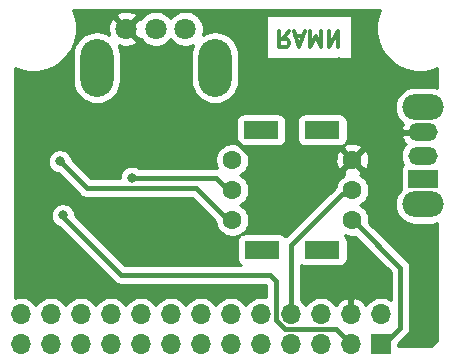
<source format=gbr>
G04 #@! TF.GenerationSoftware,KiCad,Pcbnew,(5.1.9)-1*
G04 #@! TF.CreationDate,2021-03-08T16:55:06+09:00*
G04 #@! TF.ProjectId,chassis,63686173-7369-4732-9e6b-696361645f70,rev?*
G04 #@! TF.SameCoordinates,Original*
G04 #@! TF.FileFunction,Copper,L2,Bot*
G04 #@! TF.FilePolarity,Positive*
%FSLAX46Y46*%
G04 Gerber Fmt 4.6, Leading zero omitted, Abs format (unit mm)*
G04 Created by KiCad (PCBNEW (5.1.9)-1) date 2021-03-08 16:55:06*
%MOMM*%
%LPD*%
G01*
G04 APERTURE LIST*
G04 #@! TA.AperFunction,NonConductor*
%ADD10C,0.300000*%
G04 #@! TD*
G04 #@! TA.AperFunction,ComponentPad*
%ADD11O,2.800000X4.900000*%
G04 #@! TD*
G04 #@! TA.AperFunction,ComponentPad*
%ADD12C,1.800000*%
G04 #@! TD*
G04 #@! TA.AperFunction,ComponentPad*
%ADD13R,3.000000X1.500000*%
G04 #@! TD*
G04 #@! TA.AperFunction,ComponentPad*
%ADD14C,1.600000*%
G04 #@! TD*
G04 #@! TA.AperFunction,ComponentPad*
%ADD15O,1.700000X1.700000*%
G04 #@! TD*
G04 #@! TA.AperFunction,ComponentPad*
%ADD16R,1.700000X1.700000*%
G04 #@! TD*
G04 #@! TA.AperFunction,ComponentPad*
%ADD17R,2.500000X1.500000*%
G04 #@! TD*
G04 #@! TA.AperFunction,ComponentPad*
%ADD18O,2.500000X1.500000*%
G04 #@! TD*
G04 #@! TA.AperFunction,ComponentPad*
%ADD19O,3.500000X2.200000*%
G04 #@! TD*
G04 #@! TA.AperFunction,ViaPad*
%ADD20C,0.800000*%
G04 #@! TD*
G04 #@! TA.AperFunction,Conductor*
%ADD21C,0.400000*%
G04 #@! TD*
G04 #@! TA.AperFunction,Conductor*
%ADD22C,0.254000*%
G04 #@! TD*
G04 #@! TA.AperFunction,Conductor*
%ADD23C,0.100000*%
G04 #@! TD*
G04 APERTURE END LIST*
D10*
X57228000Y-36958666D02*
X56761333Y-37625333D01*
X56428000Y-36958666D02*
X56428000Y-38358666D01*
X56961333Y-38358666D01*
X57094666Y-38292000D01*
X57161333Y-38225333D01*
X57228000Y-38092000D01*
X57228000Y-37892000D01*
X57161333Y-37758666D01*
X57094666Y-37692000D01*
X56961333Y-37625333D01*
X56428000Y-37625333D01*
X57761333Y-37358666D02*
X58428000Y-37358666D01*
X57628000Y-36958666D02*
X58094666Y-38358666D01*
X58561333Y-36958666D01*
X59028000Y-36958666D02*
X59028000Y-38358666D01*
X59494666Y-37358666D01*
X59961333Y-38358666D01*
X59961333Y-36958666D01*
X60628000Y-36958666D02*
X60628000Y-38358666D01*
X61428000Y-36958666D01*
X61428000Y-38358666D01*
D11*
X40974000Y-40082000D03*
X50974000Y-40082000D03*
D12*
X43474000Y-36782000D03*
X45974000Y-36782000D03*
X48474000Y-36782000D03*
D13*
X60071000Y-45339000D03*
X54881000Y-45339000D03*
X54991000Y-55499000D03*
X60071000Y-55499000D03*
D14*
X62611000Y-52959000D03*
X62611000Y-50419000D03*
X62611000Y-47879000D03*
X52451000Y-47879000D03*
X52451000Y-52959000D03*
X52451000Y-50419000D03*
D15*
X34544000Y-60960000D03*
X34544000Y-63500000D03*
X37084000Y-60960000D03*
X37084000Y-63500000D03*
X39624000Y-60960000D03*
X39624000Y-63500000D03*
X42164000Y-60960000D03*
X42164000Y-63500000D03*
X44704000Y-60960000D03*
X44704000Y-63500000D03*
X47244000Y-60960000D03*
X47244000Y-63500000D03*
X49784000Y-60960000D03*
X49784000Y-63500000D03*
X52324000Y-60960000D03*
X52324000Y-63500000D03*
X54864000Y-60960000D03*
X54864000Y-63500000D03*
X57404000Y-60960000D03*
X57404000Y-63500000D03*
X59944000Y-60960000D03*
X59944000Y-63500000D03*
X62484000Y-60960000D03*
X62484000Y-63500000D03*
X65024000Y-60960000D03*
D16*
X65024000Y-63500000D03*
D17*
X68580000Y-49530000D03*
D18*
X68580000Y-47530000D03*
X68580000Y-45530000D03*
D19*
X68580000Y-51630000D03*
X68580000Y-43430000D03*
D20*
X40767000Y-47107544D03*
X46609000Y-52578000D03*
X42545000Y-52578000D03*
X46990000Y-47371000D03*
X35052000Y-43561000D03*
X56261000Y-50927000D03*
X68580000Y-60960000D03*
X61468000Y-39624000D03*
X35052000Y-56388000D03*
X38100000Y-52578000D03*
X37846000Y-48006000D03*
X43942000Y-49403000D03*
D21*
X46990000Y-47371000D02*
X48768000Y-47371000D01*
X48768000Y-47371000D02*
X49758600Y-46380400D01*
X52857400Y-46355000D02*
X51943000Y-46355000D01*
X54559200Y-48056800D02*
X52857400Y-46355000D01*
X54559200Y-48211198D02*
X54559200Y-48056800D01*
X56261000Y-49912998D02*
X54559200Y-48211198D01*
X56261000Y-50927000D02*
X56261000Y-49912998D01*
X65024000Y-63500000D02*
X65278000Y-63500000D01*
X65278000Y-63500000D02*
X66675000Y-62103000D01*
X66675000Y-62103000D02*
X66675000Y-57023000D01*
X62992000Y-53340000D02*
X62611000Y-53340000D01*
X66675000Y-57023000D02*
X62992000Y-53340000D01*
X61214000Y-62230000D02*
X62484000Y-63500000D01*
X56896000Y-62230000D02*
X61214000Y-62230000D01*
X56134000Y-61468000D02*
X56896000Y-62230000D01*
X56134000Y-58166000D02*
X56134000Y-61468000D01*
X55626000Y-57658000D02*
X56134000Y-58166000D01*
X43053000Y-57658000D02*
X55626000Y-57658000D01*
X38100000Y-52705000D02*
X43053000Y-57658000D01*
X38100000Y-52578000D02*
X38100000Y-52705000D01*
X61722000Y-50800000D02*
X62611000Y-50800000D01*
X57404000Y-55118000D02*
X61722000Y-50800000D01*
X57404000Y-60960000D02*
X57404000Y-55118000D01*
X49403000Y-50292000D02*
X52451000Y-53340000D01*
X40132000Y-50292000D02*
X49403000Y-50292000D01*
X37846000Y-48006000D02*
X40132000Y-50292000D01*
X51054000Y-49403000D02*
X43942000Y-49403000D01*
X52451000Y-50800000D02*
X51054000Y-49403000D01*
D22*
X64742227Y-35615874D02*
X64599000Y-36335923D01*
X64599000Y-37070077D01*
X64742227Y-37790126D01*
X65023176Y-38468396D01*
X65431050Y-39078824D01*
X65950176Y-39597950D01*
X66560604Y-40005824D01*
X67238874Y-40286773D01*
X67958923Y-40430000D01*
X68693077Y-40430000D01*
X69413126Y-40286773D01*
X69815000Y-40120311D01*
X69815000Y-41794389D01*
X69570119Y-41720105D01*
X69315225Y-41695000D01*
X67844775Y-41695000D01*
X67589881Y-41720105D01*
X67262832Y-41819314D01*
X66961422Y-41980421D01*
X66697234Y-42197234D01*
X66480421Y-42461422D01*
X66319314Y-42762832D01*
X66220105Y-43089881D01*
X66186606Y-43430000D01*
X66220105Y-43770119D01*
X66319314Y-44097168D01*
X66480421Y-44398578D01*
X66697234Y-44662766D01*
X66889023Y-44820163D01*
X66857858Y-44866132D01*
X66751827Y-45117316D01*
X66737682Y-45188815D01*
X66860344Y-45403000D01*
X68453000Y-45403000D01*
X68453000Y-45383000D01*
X68707000Y-45383000D01*
X68707000Y-45403000D01*
X68727000Y-45403000D01*
X68727000Y-45657000D01*
X68707000Y-45657000D01*
X68707000Y-45677000D01*
X68453000Y-45677000D01*
X68453000Y-45657000D01*
X66860344Y-45657000D01*
X66737682Y-45871185D01*
X66751827Y-45942684D01*
X66857858Y-46193868D01*
X67010855Y-46419540D01*
X67119409Y-46526642D01*
X67095919Y-46545919D01*
X66922843Y-46756812D01*
X66794236Y-46997419D01*
X66715040Y-47258493D01*
X66688299Y-47530000D01*
X66715040Y-47801507D01*
X66794236Y-48062581D01*
X66918940Y-48295886D01*
X66878815Y-48328815D01*
X66799463Y-48425506D01*
X66740498Y-48535820D01*
X66704188Y-48655518D01*
X66691928Y-48780000D01*
X66691928Y-50280000D01*
X66703008Y-50392496D01*
X66697234Y-50397234D01*
X66480421Y-50661422D01*
X66319314Y-50962832D01*
X66220105Y-51289881D01*
X66186606Y-51630000D01*
X66220105Y-51970119D01*
X66319314Y-52297168D01*
X66480421Y-52598578D01*
X66697234Y-52862766D01*
X66961422Y-53079579D01*
X67262832Y-53240686D01*
X67589881Y-53339895D01*
X67844775Y-53365000D01*
X69315225Y-53365000D01*
X69570119Y-53339895D01*
X69815001Y-53265611D01*
X69815001Y-62700022D01*
X69790073Y-62954259D01*
X69739464Y-63121883D01*
X69657263Y-63276481D01*
X69546599Y-63412169D01*
X69411686Y-63523778D01*
X69257664Y-63607058D01*
X69090397Y-63658835D01*
X68841458Y-63685000D01*
X66512072Y-63685000D01*
X66512072Y-63446795D01*
X67236428Y-62722440D01*
X67268291Y-62696291D01*
X67372636Y-62569146D01*
X67450172Y-62424087D01*
X67497918Y-62266689D01*
X67510000Y-62144019D01*
X67510000Y-62144009D01*
X67514039Y-62103001D01*
X67510000Y-62061993D01*
X67510000Y-57064018D01*
X67514040Y-57023000D01*
X67497918Y-56859312D01*
X67491606Y-56838502D01*
X67450172Y-56701913D01*
X67372636Y-56556854D01*
X67268291Y-56429709D01*
X67236432Y-56403563D01*
X64027285Y-53194418D01*
X64046000Y-53100335D01*
X64046000Y-52817665D01*
X63990853Y-52540426D01*
X63882680Y-52279273D01*
X63725637Y-52044241D01*
X63525759Y-51844363D01*
X63293241Y-51689000D01*
X63525759Y-51533637D01*
X63725637Y-51333759D01*
X63882680Y-51098727D01*
X63990853Y-50837574D01*
X64046000Y-50560335D01*
X64046000Y-50277665D01*
X63990853Y-50000426D01*
X63882680Y-49739273D01*
X63725637Y-49504241D01*
X63525759Y-49304363D01*
X63291872Y-49148085D01*
X63352514Y-49115671D01*
X63424097Y-48871702D01*
X62611000Y-48058605D01*
X61797903Y-48871702D01*
X61869486Y-49115671D01*
X61933992Y-49146194D01*
X61931273Y-49147320D01*
X61696241Y-49304363D01*
X61496363Y-49504241D01*
X61339320Y-49739273D01*
X61231147Y-50000426D01*
X61202094Y-50146484D01*
X61128709Y-50206709D01*
X61102559Y-50238573D01*
X56987771Y-54353362D01*
X56942185Y-54297815D01*
X56845494Y-54218463D01*
X56735180Y-54159498D01*
X56615482Y-54123188D01*
X56491000Y-54110928D01*
X53491000Y-54110928D01*
X53366518Y-54123188D01*
X53246820Y-54159498D01*
X53199021Y-54185047D01*
X53365759Y-54073637D01*
X53565637Y-53873759D01*
X53722680Y-53638727D01*
X53830853Y-53377574D01*
X53886000Y-53100335D01*
X53886000Y-52817665D01*
X53830853Y-52540426D01*
X53722680Y-52279273D01*
X53565637Y-52044241D01*
X53365759Y-51844363D01*
X53133241Y-51689000D01*
X53365759Y-51533637D01*
X53565637Y-51333759D01*
X53722680Y-51098727D01*
X53830853Y-50837574D01*
X53886000Y-50560335D01*
X53886000Y-50277665D01*
X53830853Y-50000426D01*
X53722680Y-49739273D01*
X53565637Y-49504241D01*
X53365759Y-49304363D01*
X53133241Y-49149000D01*
X53365759Y-48993637D01*
X53565637Y-48793759D01*
X53722680Y-48558727D01*
X53830853Y-48297574D01*
X53886000Y-48020335D01*
X53886000Y-47949512D01*
X61170783Y-47949512D01*
X61212213Y-48229130D01*
X61307397Y-48495292D01*
X61374329Y-48620514D01*
X61618298Y-48692097D01*
X62431395Y-47879000D01*
X62790605Y-47879000D01*
X63603702Y-48692097D01*
X63847671Y-48620514D01*
X63968571Y-48365004D01*
X64037300Y-48090816D01*
X64051217Y-47808488D01*
X64009787Y-47528870D01*
X63914603Y-47262708D01*
X63847671Y-47137486D01*
X63603702Y-47065903D01*
X62790605Y-47879000D01*
X62431395Y-47879000D01*
X61618298Y-47065903D01*
X61374329Y-47137486D01*
X61253429Y-47392996D01*
X61184700Y-47667184D01*
X61170783Y-47949512D01*
X53886000Y-47949512D01*
X53886000Y-47737665D01*
X53830853Y-47460426D01*
X53722680Y-47199273D01*
X53565637Y-46964241D01*
X53365759Y-46764363D01*
X53297666Y-46718865D01*
X53381000Y-46727072D01*
X56381000Y-46727072D01*
X56505482Y-46714812D01*
X56625180Y-46678502D01*
X56735494Y-46619537D01*
X56832185Y-46540185D01*
X56911537Y-46443494D01*
X56970502Y-46333180D01*
X57006812Y-46213482D01*
X57019072Y-46089000D01*
X57019072Y-44589000D01*
X57932928Y-44589000D01*
X57932928Y-46089000D01*
X57945188Y-46213482D01*
X57981498Y-46333180D01*
X58040463Y-46443494D01*
X58119815Y-46540185D01*
X58216506Y-46619537D01*
X58326820Y-46678502D01*
X58446518Y-46714812D01*
X58571000Y-46727072D01*
X61571000Y-46727072D01*
X61695482Y-46714812D01*
X61815180Y-46678502D01*
X61867000Y-46650803D01*
X61797903Y-46886298D01*
X62611000Y-47699395D01*
X63424097Y-46886298D01*
X63352514Y-46642329D01*
X63097004Y-46521429D01*
X62822816Y-46452700D01*
X62540488Y-46438783D01*
X62260870Y-46480213D01*
X61994708Y-46575397D01*
X61950461Y-46599048D01*
X62022185Y-46540185D01*
X62101537Y-46443494D01*
X62160502Y-46333180D01*
X62196812Y-46213482D01*
X62209072Y-46089000D01*
X62209072Y-44589000D01*
X62196812Y-44464518D01*
X62160502Y-44344820D01*
X62101537Y-44234506D01*
X62022185Y-44137815D01*
X61925494Y-44058463D01*
X61815180Y-43999498D01*
X61695482Y-43963188D01*
X61571000Y-43950928D01*
X58571000Y-43950928D01*
X58446518Y-43963188D01*
X58326820Y-43999498D01*
X58216506Y-44058463D01*
X58119815Y-44137815D01*
X58040463Y-44234506D01*
X57981498Y-44344820D01*
X57945188Y-44464518D01*
X57932928Y-44589000D01*
X57019072Y-44589000D01*
X57006812Y-44464518D01*
X56970502Y-44344820D01*
X56911537Y-44234506D01*
X56832185Y-44137815D01*
X56735494Y-44058463D01*
X56625180Y-43999498D01*
X56505482Y-43963188D01*
X56381000Y-43950928D01*
X53381000Y-43950928D01*
X53256518Y-43963188D01*
X53136820Y-43999498D01*
X53026506Y-44058463D01*
X52929815Y-44137815D01*
X52850463Y-44234506D01*
X52791498Y-44344820D01*
X52755188Y-44464518D01*
X52742928Y-44589000D01*
X52742928Y-46089000D01*
X52755188Y-46213482D01*
X52791498Y-46333180D01*
X52850463Y-46443494D01*
X52909816Y-46515816D01*
X52869574Y-46499147D01*
X52592335Y-46444000D01*
X52309665Y-46444000D01*
X52032426Y-46499147D01*
X51771273Y-46607320D01*
X51536241Y-46764363D01*
X51336363Y-46964241D01*
X51179320Y-47199273D01*
X51071147Y-47460426D01*
X51016000Y-47737665D01*
X51016000Y-48020335D01*
X51071147Y-48297574D01*
X51179320Y-48558727D01*
X51191891Y-48577541D01*
X51095019Y-48568000D01*
X51095018Y-48568000D01*
X51054000Y-48563960D01*
X51012982Y-48568000D01*
X44555285Y-48568000D01*
X44432256Y-48485795D01*
X44243898Y-48407774D01*
X44043939Y-48368000D01*
X43840061Y-48368000D01*
X43640102Y-48407774D01*
X43451744Y-48485795D01*
X43282226Y-48599063D01*
X43138063Y-48743226D01*
X43024795Y-48912744D01*
X42946774Y-49101102D01*
X42907000Y-49301061D01*
X42907000Y-49457000D01*
X40477868Y-49457000D01*
X38870093Y-47849225D01*
X38841226Y-47704102D01*
X38763205Y-47515744D01*
X38649937Y-47346226D01*
X38505774Y-47202063D01*
X38336256Y-47088795D01*
X38147898Y-47010774D01*
X37947939Y-46971000D01*
X37744061Y-46971000D01*
X37544102Y-47010774D01*
X37355744Y-47088795D01*
X37186226Y-47202063D01*
X37042063Y-47346226D01*
X36928795Y-47515744D01*
X36850774Y-47704102D01*
X36811000Y-47904061D01*
X36811000Y-48107939D01*
X36850774Y-48307898D01*
X36928795Y-48496256D01*
X37042063Y-48665774D01*
X37186226Y-48809937D01*
X37355744Y-48923205D01*
X37544102Y-49001226D01*
X37689225Y-49030093D01*
X39512559Y-50853427D01*
X39538709Y-50885291D01*
X39665854Y-50989636D01*
X39810913Y-51067172D01*
X39968311Y-51114918D01*
X40131999Y-51131040D01*
X40173018Y-51127000D01*
X49057133Y-51127000D01*
X51016000Y-53085868D01*
X51016000Y-53100335D01*
X51071147Y-53377574D01*
X51179320Y-53638727D01*
X51336363Y-53873759D01*
X51536241Y-54073637D01*
X51771273Y-54230680D01*
X52032426Y-54338853D01*
X52309665Y-54394000D01*
X52592335Y-54394000D01*
X52869574Y-54338853D01*
X53112338Y-54238297D01*
X53039815Y-54297815D01*
X52960463Y-54394506D01*
X52901498Y-54504820D01*
X52865188Y-54624518D01*
X52852928Y-54749000D01*
X52852928Y-56249000D01*
X52865188Y-56373482D01*
X52901498Y-56493180D01*
X52960463Y-56603494D01*
X53039815Y-56700185D01*
X53136506Y-56779537D01*
X53217818Y-56823000D01*
X43398869Y-56823000D01*
X39135000Y-52559133D01*
X39135000Y-52476061D01*
X39095226Y-52276102D01*
X39017205Y-52087744D01*
X38903937Y-51918226D01*
X38759774Y-51774063D01*
X38590256Y-51660795D01*
X38401898Y-51582774D01*
X38201939Y-51543000D01*
X37998061Y-51543000D01*
X37798102Y-51582774D01*
X37609744Y-51660795D01*
X37440226Y-51774063D01*
X37296063Y-51918226D01*
X37182795Y-52087744D01*
X37104774Y-52276102D01*
X37065000Y-52476061D01*
X37065000Y-52679939D01*
X37104774Y-52879898D01*
X37182795Y-53068256D01*
X37296063Y-53237774D01*
X37440226Y-53381937D01*
X37609744Y-53495205D01*
X37779762Y-53565629D01*
X42433563Y-58219432D01*
X42459709Y-58251291D01*
X42586854Y-58355636D01*
X42731913Y-58433172D01*
X42889311Y-58480918D01*
X43011981Y-58493000D01*
X43011982Y-58493000D01*
X43053000Y-58497040D01*
X43094018Y-58493000D01*
X55280133Y-58493000D01*
X55299000Y-58511867D01*
X55299000Y-59532831D01*
X55297158Y-59532068D01*
X55010260Y-59475000D01*
X54717740Y-59475000D01*
X54430842Y-59532068D01*
X54160589Y-59644010D01*
X53917368Y-59806525D01*
X53710525Y-60013368D01*
X53594000Y-60187760D01*
X53477475Y-60013368D01*
X53270632Y-59806525D01*
X53027411Y-59644010D01*
X52757158Y-59532068D01*
X52470260Y-59475000D01*
X52177740Y-59475000D01*
X51890842Y-59532068D01*
X51620589Y-59644010D01*
X51377368Y-59806525D01*
X51170525Y-60013368D01*
X51054000Y-60187760D01*
X50937475Y-60013368D01*
X50730632Y-59806525D01*
X50487411Y-59644010D01*
X50217158Y-59532068D01*
X49930260Y-59475000D01*
X49637740Y-59475000D01*
X49350842Y-59532068D01*
X49080589Y-59644010D01*
X48837368Y-59806525D01*
X48630525Y-60013368D01*
X48514000Y-60187760D01*
X48397475Y-60013368D01*
X48190632Y-59806525D01*
X47947411Y-59644010D01*
X47677158Y-59532068D01*
X47390260Y-59475000D01*
X47097740Y-59475000D01*
X46810842Y-59532068D01*
X46540589Y-59644010D01*
X46297368Y-59806525D01*
X46090525Y-60013368D01*
X45974000Y-60187760D01*
X45857475Y-60013368D01*
X45650632Y-59806525D01*
X45407411Y-59644010D01*
X45137158Y-59532068D01*
X44850260Y-59475000D01*
X44557740Y-59475000D01*
X44270842Y-59532068D01*
X44000589Y-59644010D01*
X43757368Y-59806525D01*
X43550525Y-60013368D01*
X43434000Y-60187760D01*
X43317475Y-60013368D01*
X43110632Y-59806525D01*
X42867411Y-59644010D01*
X42597158Y-59532068D01*
X42310260Y-59475000D01*
X42017740Y-59475000D01*
X41730842Y-59532068D01*
X41460589Y-59644010D01*
X41217368Y-59806525D01*
X41010525Y-60013368D01*
X40894000Y-60187760D01*
X40777475Y-60013368D01*
X40570632Y-59806525D01*
X40327411Y-59644010D01*
X40057158Y-59532068D01*
X39770260Y-59475000D01*
X39477740Y-59475000D01*
X39190842Y-59532068D01*
X38920589Y-59644010D01*
X38677368Y-59806525D01*
X38470525Y-60013368D01*
X38354000Y-60187760D01*
X38237475Y-60013368D01*
X38030632Y-59806525D01*
X37787411Y-59644010D01*
X37517158Y-59532068D01*
X37230260Y-59475000D01*
X36937740Y-59475000D01*
X36650842Y-59532068D01*
X36380589Y-59644010D01*
X36137368Y-59806525D01*
X35930525Y-60013368D01*
X35814000Y-60187760D01*
X35697475Y-60013368D01*
X35490632Y-59806525D01*
X35247411Y-59644010D01*
X34977158Y-59532068D01*
X34690260Y-59475000D01*
X34397740Y-59475000D01*
X34110842Y-59532068D01*
X34020000Y-59569696D01*
X34020000Y-40099186D01*
X34472874Y-40286773D01*
X35192923Y-40430000D01*
X35927077Y-40430000D01*
X36647126Y-40286773D01*
X37325396Y-40005824D01*
X37935824Y-39597950D01*
X38454950Y-39078824D01*
X38553033Y-38932032D01*
X38939000Y-38932032D01*
X38939001Y-41231969D01*
X38968446Y-41530930D01*
X39084810Y-41914529D01*
X39273774Y-42268056D01*
X39528077Y-42577924D01*
X39837945Y-42832227D01*
X40191472Y-43021191D01*
X40575071Y-43137555D01*
X40974000Y-43176846D01*
X41372930Y-43137555D01*
X41756529Y-43021191D01*
X42110056Y-42832227D01*
X42419924Y-42577924D01*
X42674227Y-42268056D01*
X42863191Y-41914529D01*
X42979555Y-41530930D01*
X43009000Y-41231969D01*
X43009000Y-38932031D01*
X42979555Y-38633070D01*
X42863191Y-38249471D01*
X42821503Y-38171478D01*
X42945775Y-38231158D01*
X43238642Y-38306365D01*
X43540553Y-38322991D01*
X43839907Y-38280397D01*
X44125199Y-38180222D01*
X44274792Y-38100261D01*
X44358475Y-37846080D01*
X43474000Y-36961605D01*
X43459858Y-36975748D01*
X43280253Y-36796143D01*
X43294395Y-36782000D01*
X43653605Y-36782000D01*
X44538080Y-37666475D01*
X44686262Y-37617690D01*
X44781688Y-37760505D01*
X44995495Y-37974312D01*
X45246905Y-38142299D01*
X45526257Y-38258011D01*
X45822816Y-38317000D01*
X46125184Y-38317000D01*
X46421743Y-38258011D01*
X46701095Y-38142299D01*
X46952505Y-37974312D01*
X47166312Y-37760505D01*
X47224000Y-37674169D01*
X47281688Y-37760505D01*
X47495495Y-37974312D01*
X47746905Y-38142299D01*
X48026257Y-38258011D01*
X48322816Y-38317000D01*
X48625184Y-38317000D01*
X48921743Y-38258011D01*
X49125316Y-38173688D01*
X49084809Y-38249472D01*
X48968445Y-38633071D01*
X48939000Y-38932032D01*
X48939001Y-41231969D01*
X48968446Y-41530930D01*
X49084810Y-41914529D01*
X49273774Y-42268056D01*
X49528077Y-42577924D01*
X49837945Y-42832227D01*
X50191472Y-43021191D01*
X50575071Y-43137555D01*
X50974000Y-43176846D01*
X51372930Y-43137555D01*
X51756529Y-43021191D01*
X52110056Y-42832227D01*
X52419924Y-42577924D01*
X52674227Y-42268056D01*
X52863191Y-41914529D01*
X52979555Y-41530930D01*
X53009000Y-41231969D01*
X53009000Y-38932031D01*
X52979555Y-38633070D01*
X52863191Y-38249471D01*
X52674227Y-37895944D01*
X52419924Y-37586076D01*
X52110056Y-37331773D01*
X51756528Y-37142809D01*
X51372929Y-37026445D01*
X50974000Y-36987154D01*
X50575070Y-37026445D01*
X50191471Y-37142809D01*
X49927598Y-37283852D01*
X49950011Y-37229743D01*
X50009000Y-36933184D01*
X50009000Y-36630816D01*
X49950011Y-36334257D01*
X49834299Y-36054905D01*
X49666312Y-35803495D01*
X49502817Y-35640000D01*
X55309666Y-35640000D01*
X55309666Y-39310000D01*
X62546333Y-39310000D01*
X62546333Y-35640000D01*
X55309666Y-35640000D01*
X49502817Y-35640000D01*
X49452505Y-35589688D01*
X49201095Y-35421701D01*
X48921743Y-35305989D01*
X48625184Y-35247000D01*
X48322816Y-35247000D01*
X48026257Y-35305989D01*
X47746905Y-35421701D01*
X47495495Y-35589688D01*
X47281688Y-35803495D01*
X47224000Y-35889831D01*
X47166312Y-35803495D01*
X46952505Y-35589688D01*
X46701095Y-35421701D01*
X46421743Y-35305989D01*
X46125184Y-35247000D01*
X45822816Y-35247000D01*
X45526257Y-35305989D01*
X45246905Y-35421701D01*
X44995495Y-35589688D01*
X44781688Y-35803495D01*
X44686262Y-35946310D01*
X44538080Y-35897525D01*
X43653605Y-36782000D01*
X43294395Y-36782000D01*
X42409920Y-35897525D01*
X42155739Y-35981208D01*
X42024842Y-36253775D01*
X41949635Y-36546642D01*
X41933009Y-36848553D01*
X41975603Y-37147907D01*
X42024016Y-37285784D01*
X41756528Y-37142809D01*
X41372929Y-37026445D01*
X40974000Y-36987154D01*
X40575070Y-37026445D01*
X40191471Y-37142809D01*
X39837944Y-37331773D01*
X39528076Y-37586076D01*
X39273773Y-37895944D01*
X39084809Y-38249472D01*
X38968445Y-38633071D01*
X38939000Y-38932032D01*
X38553033Y-38932032D01*
X38862824Y-38468396D01*
X39143773Y-37790126D01*
X39287000Y-37070077D01*
X39287000Y-36335923D01*
X39164072Y-35717920D01*
X42589525Y-35717920D01*
X43474000Y-36602395D01*
X44358475Y-35717920D01*
X44274792Y-35463739D01*
X44002225Y-35332842D01*
X43709358Y-35257635D01*
X43407447Y-35241009D01*
X43108093Y-35283603D01*
X42822801Y-35383778D01*
X42673208Y-35463739D01*
X42589525Y-35717920D01*
X39164072Y-35717920D01*
X39143773Y-35615874D01*
X38977311Y-35214000D01*
X64908689Y-35214000D01*
X64742227Y-35615874D01*
G04 #@! TA.AperFunction,Conductor*
D23*
G36*
X64742227Y-35615874D02*
G01*
X64599000Y-36335923D01*
X64599000Y-37070077D01*
X64742227Y-37790126D01*
X65023176Y-38468396D01*
X65431050Y-39078824D01*
X65950176Y-39597950D01*
X66560604Y-40005824D01*
X67238874Y-40286773D01*
X67958923Y-40430000D01*
X68693077Y-40430000D01*
X69413126Y-40286773D01*
X69815000Y-40120311D01*
X69815000Y-41794389D01*
X69570119Y-41720105D01*
X69315225Y-41695000D01*
X67844775Y-41695000D01*
X67589881Y-41720105D01*
X67262832Y-41819314D01*
X66961422Y-41980421D01*
X66697234Y-42197234D01*
X66480421Y-42461422D01*
X66319314Y-42762832D01*
X66220105Y-43089881D01*
X66186606Y-43430000D01*
X66220105Y-43770119D01*
X66319314Y-44097168D01*
X66480421Y-44398578D01*
X66697234Y-44662766D01*
X66889023Y-44820163D01*
X66857858Y-44866132D01*
X66751827Y-45117316D01*
X66737682Y-45188815D01*
X66860344Y-45403000D01*
X68453000Y-45403000D01*
X68453000Y-45383000D01*
X68707000Y-45383000D01*
X68707000Y-45403000D01*
X68727000Y-45403000D01*
X68727000Y-45657000D01*
X68707000Y-45657000D01*
X68707000Y-45677000D01*
X68453000Y-45677000D01*
X68453000Y-45657000D01*
X66860344Y-45657000D01*
X66737682Y-45871185D01*
X66751827Y-45942684D01*
X66857858Y-46193868D01*
X67010855Y-46419540D01*
X67119409Y-46526642D01*
X67095919Y-46545919D01*
X66922843Y-46756812D01*
X66794236Y-46997419D01*
X66715040Y-47258493D01*
X66688299Y-47530000D01*
X66715040Y-47801507D01*
X66794236Y-48062581D01*
X66918940Y-48295886D01*
X66878815Y-48328815D01*
X66799463Y-48425506D01*
X66740498Y-48535820D01*
X66704188Y-48655518D01*
X66691928Y-48780000D01*
X66691928Y-50280000D01*
X66703008Y-50392496D01*
X66697234Y-50397234D01*
X66480421Y-50661422D01*
X66319314Y-50962832D01*
X66220105Y-51289881D01*
X66186606Y-51630000D01*
X66220105Y-51970119D01*
X66319314Y-52297168D01*
X66480421Y-52598578D01*
X66697234Y-52862766D01*
X66961422Y-53079579D01*
X67262832Y-53240686D01*
X67589881Y-53339895D01*
X67844775Y-53365000D01*
X69315225Y-53365000D01*
X69570119Y-53339895D01*
X69815001Y-53265611D01*
X69815001Y-62700022D01*
X69790073Y-62954259D01*
X69739464Y-63121883D01*
X69657263Y-63276481D01*
X69546599Y-63412169D01*
X69411686Y-63523778D01*
X69257664Y-63607058D01*
X69090397Y-63658835D01*
X68841458Y-63685000D01*
X66512072Y-63685000D01*
X66512072Y-63446795D01*
X67236428Y-62722440D01*
X67268291Y-62696291D01*
X67372636Y-62569146D01*
X67450172Y-62424087D01*
X67497918Y-62266689D01*
X67510000Y-62144019D01*
X67510000Y-62144009D01*
X67514039Y-62103001D01*
X67510000Y-62061993D01*
X67510000Y-57064018D01*
X67514040Y-57023000D01*
X67497918Y-56859312D01*
X67491606Y-56838502D01*
X67450172Y-56701913D01*
X67372636Y-56556854D01*
X67268291Y-56429709D01*
X67236432Y-56403563D01*
X64027285Y-53194418D01*
X64046000Y-53100335D01*
X64046000Y-52817665D01*
X63990853Y-52540426D01*
X63882680Y-52279273D01*
X63725637Y-52044241D01*
X63525759Y-51844363D01*
X63293241Y-51689000D01*
X63525759Y-51533637D01*
X63725637Y-51333759D01*
X63882680Y-51098727D01*
X63990853Y-50837574D01*
X64046000Y-50560335D01*
X64046000Y-50277665D01*
X63990853Y-50000426D01*
X63882680Y-49739273D01*
X63725637Y-49504241D01*
X63525759Y-49304363D01*
X63291872Y-49148085D01*
X63352514Y-49115671D01*
X63424097Y-48871702D01*
X62611000Y-48058605D01*
X61797903Y-48871702D01*
X61869486Y-49115671D01*
X61933992Y-49146194D01*
X61931273Y-49147320D01*
X61696241Y-49304363D01*
X61496363Y-49504241D01*
X61339320Y-49739273D01*
X61231147Y-50000426D01*
X61202094Y-50146484D01*
X61128709Y-50206709D01*
X61102559Y-50238573D01*
X56987771Y-54353362D01*
X56942185Y-54297815D01*
X56845494Y-54218463D01*
X56735180Y-54159498D01*
X56615482Y-54123188D01*
X56491000Y-54110928D01*
X53491000Y-54110928D01*
X53366518Y-54123188D01*
X53246820Y-54159498D01*
X53199021Y-54185047D01*
X53365759Y-54073637D01*
X53565637Y-53873759D01*
X53722680Y-53638727D01*
X53830853Y-53377574D01*
X53886000Y-53100335D01*
X53886000Y-52817665D01*
X53830853Y-52540426D01*
X53722680Y-52279273D01*
X53565637Y-52044241D01*
X53365759Y-51844363D01*
X53133241Y-51689000D01*
X53365759Y-51533637D01*
X53565637Y-51333759D01*
X53722680Y-51098727D01*
X53830853Y-50837574D01*
X53886000Y-50560335D01*
X53886000Y-50277665D01*
X53830853Y-50000426D01*
X53722680Y-49739273D01*
X53565637Y-49504241D01*
X53365759Y-49304363D01*
X53133241Y-49149000D01*
X53365759Y-48993637D01*
X53565637Y-48793759D01*
X53722680Y-48558727D01*
X53830853Y-48297574D01*
X53886000Y-48020335D01*
X53886000Y-47949512D01*
X61170783Y-47949512D01*
X61212213Y-48229130D01*
X61307397Y-48495292D01*
X61374329Y-48620514D01*
X61618298Y-48692097D01*
X62431395Y-47879000D01*
X62790605Y-47879000D01*
X63603702Y-48692097D01*
X63847671Y-48620514D01*
X63968571Y-48365004D01*
X64037300Y-48090816D01*
X64051217Y-47808488D01*
X64009787Y-47528870D01*
X63914603Y-47262708D01*
X63847671Y-47137486D01*
X63603702Y-47065903D01*
X62790605Y-47879000D01*
X62431395Y-47879000D01*
X61618298Y-47065903D01*
X61374329Y-47137486D01*
X61253429Y-47392996D01*
X61184700Y-47667184D01*
X61170783Y-47949512D01*
X53886000Y-47949512D01*
X53886000Y-47737665D01*
X53830853Y-47460426D01*
X53722680Y-47199273D01*
X53565637Y-46964241D01*
X53365759Y-46764363D01*
X53297666Y-46718865D01*
X53381000Y-46727072D01*
X56381000Y-46727072D01*
X56505482Y-46714812D01*
X56625180Y-46678502D01*
X56735494Y-46619537D01*
X56832185Y-46540185D01*
X56911537Y-46443494D01*
X56970502Y-46333180D01*
X57006812Y-46213482D01*
X57019072Y-46089000D01*
X57019072Y-44589000D01*
X57932928Y-44589000D01*
X57932928Y-46089000D01*
X57945188Y-46213482D01*
X57981498Y-46333180D01*
X58040463Y-46443494D01*
X58119815Y-46540185D01*
X58216506Y-46619537D01*
X58326820Y-46678502D01*
X58446518Y-46714812D01*
X58571000Y-46727072D01*
X61571000Y-46727072D01*
X61695482Y-46714812D01*
X61815180Y-46678502D01*
X61867000Y-46650803D01*
X61797903Y-46886298D01*
X62611000Y-47699395D01*
X63424097Y-46886298D01*
X63352514Y-46642329D01*
X63097004Y-46521429D01*
X62822816Y-46452700D01*
X62540488Y-46438783D01*
X62260870Y-46480213D01*
X61994708Y-46575397D01*
X61950461Y-46599048D01*
X62022185Y-46540185D01*
X62101537Y-46443494D01*
X62160502Y-46333180D01*
X62196812Y-46213482D01*
X62209072Y-46089000D01*
X62209072Y-44589000D01*
X62196812Y-44464518D01*
X62160502Y-44344820D01*
X62101537Y-44234506D01*
X62022185Y-44137815D01*
X61925494Y-44058463D01*
X61815180Y-43999498D01*
X61695482Y-43963188D01*
X61571000Y-43950928D01*
X58571000Y-43950928D01*
X58446518Y-43963188D01*
X58326820Y-43999498D01*
X58216506Y-44058463D01*
X58119815Y-44137815D01*
X58040463Y-44234506D01*
X57981498Y-44344820D01*
X57945188Y-44464518D01*
X57932928Y-44589000D01*
X57019072Y-44589000D01*
X57006812Y-44464518D01*
X56970502Y-44344820D01*
X56911537Y-44234506D01*
X56832185Y-44137815D01*
X56735494Y-44058463D01*
X56625180Y-43999498D01*
X56505482Y-43963188D01*
X56381000Y-43950928D01*
X53381000Y-43950928D01*
X53256518Y-43963188D01*
X53136820Y-43999498D01*
X53026506Y-44058463D01*
X52929815Y-44137815D01*
X52850463Y-44234506D01*
X52791498Y-44344820D01*
X52755188Y-44464518D01*
X52742928Y-44589000D01*
X52742928Y-46089000D01*
X52755188Y-46213482D01*
X52791498Y-46333180D01*
X52850463Y-46443494D01*
X52909816Y-46515816D01*
X52869574Y-46499147D01*
X52592335Y-46444000D01*
X52309665Y-46444000D01*
X52032426Y-46499147D01*
X51771273Y-46607320D01*
X51536241Y-46764363D01*
X51336363Y-46964241D01*
X51179320Y-47199273D01*
X51071147Y-47460426D01*
X51016000Y-47737665D01*
X51016000Y-48020335D01*
X51071147Y-48297574D01*
X51179320Y-48558727D01*
X51191891Y-48577541D01*
X51095019Y-48568000D01*
X51095018Y-48568000D01*
X51054000Y-48563960D01*
X51012982Y-48568000D01*
X44555285Y-48568000D01*
X44432256Y-48485795D01*
X44243898Y-48407774D01*
X44043939Y-48368000D01*
X43840061Y-48368000D01*
X43640102Y-48407774D01*
X43451744Y-48485795D01*
X43282226Y-48599063D01*
X43138063Y-48743226D01*
X43024795Y-48912744D01*
X42946774Y-49101102D01*
X42907000Y-49301061D01*
X42907000Y-49457000D01*
X40477868Y-49457000D01*
X38870093Y-47849225D01*
X38841226Y-47704102D01*
X38763205Y-47515744D01*
X38649937Y-47346226D01*
X38505774Y-47202063D01*
X38336256Y-47088795D01*
X38147898Y-47010774D01*
X37947939Y-46971000D01*
X37744061Y-46971000D01*
X37544102Y-47010774D01*
X37355744Y-47088795D01*
X37186226Y-47202063D01*
X37042063Y-47346226D01*
X36928795Y-47515744D01*
X36850774Y-47704102D01*
X36811000Y-47904061D01*
X36811000Y-48107939D01*
X36850774Y-48307898D01*
X36928795Y-48496256D01*
X37042063Y-48665774D01*
X37186226Y-48809937D01*
X37355744Y-48923205D01*
X37544102Y-49001226D01*
X37689225Y-49030093D01*
X39512559Y-50853427D01*
X39538709Y-50885291D01*
X39665854Y-50989636D01*
X39810913Y-51067172D01*
X39968311Y-51114918D01*
X40131999Y-51131040D01*
X40173018Y-51127000D01*
X49057133Y-51127000D01*
X51016000Y-53085868D01*
X51016000Y-53100335D01*
X51071147Y-53377574D01*
X51179320Y-53638727D01*
X51336363Y-53873759D01*
X51536241Y-54073637D01*
X51771273Y-54230680D01*
X52032426Y-54338853D01*
X52309665Y-54394000D01*
X52592335Y-54394000D01*
X52869574Y-54338853D01*
X53112338Y-54238297D01*
X53039815Y-54297815D01*
X52960463Y-54394506D01*
X52901498Y-54504820D01*
X52865188Y-54624518D01*
X52852928Y-54749000D01*
X52852928Y-56249000D01*
X52865188Y-56373482D01*
X52901498Y-56493180D01*
X52960463Y-56603494D01*
X53039815Y-56700185D01*
X53136506Y-56779537D01*
X53217818Y-56823000D01*
X43398869Y-56823000D01*
X39135000Y-52559133D01*
X39135000Y-52476061D01*
X39095226Y-52276102D01*
X39017205Y-52087744D01*
X38903937Y-51918226D01*
X38759774Y-51774063D01*
X38590256Y-51660795D01*
X38401898Y-51582774D01*
X38201939Y-51543000D01*
X37998061Y-51543000D01*
X37798102Y-51582774D01*
X37609744Y-51660795D01*
X37440226Y-51774063D01*
X37296063Y-51918226D01*
X37182795Y-52087744D01*
X37104774Y-52276102D01*
X37065000Y-52476061D01*
X37065000Y-52679939D01*
X37104774Y-52879898D01*
X37182795Y-53068256D01*
X37296063Y-53237774D01*
X37440226Y-53381937D01*
X37609744Y-53495205D01*
X37779762Y-53565629D01*
X42433563Y-58219432D01*
X42459709Y-58251291D01*
X42586854Y-58355636D01*
X42731913Y-58433172D01*
X42889311Y-58480918D01*
X43011981Y-58493000D01*
X43011982Y-58493000D01*
X43053000Y-58497040D01*
X43094018Y-58493000D01*
X55280133Y-58493000D01*
X55299000Y-58511867D01*
X55299000Y-59532831D01*
X55297158Y-59532068D01*
X55010260Y-59475000D01*
X54717740Y-59475000D01*
X54430842Y-59532068D01*
X54160589Y-59644010D01*
X53917368Y-59806525D01*
X53710525Y-60013368D01*
X53594000Y-60187760D01*
X53477475Y-60013368D01*
X53270632Y-59806525D01*
X53027411Y-59644010D01*
X52757158Y-59532068D01*
X52470260Y-59475000D01*
X52177740Y-59475000D01*
X51890842Y-59532068D01*
X51620589Y-59644010D01*
X51377368Y-59806525D01*
X51170525Y-60013368D01*
X51054000Y-60187760D01*
X50937475Y-60013368D01*
X50730632Y-59806525D01*
X50487411Y-59644010D01*
X50217158Y-59532068D01*
X49930260Y-59475000D01*
X49637740Y-59475000D01*
X49350842Y-59532068D01*
X49080589Y-59644010D01*
X48837368Y-59806525D01*
X48630525Y-60013368D01*
X48514000Y-60187760D01*
X48397475Y-60013368D01*
X48190632Y-59806525D01*
X47947411Y-59644010D01*
X47677158Y-59532068D01*
X47390260Y-59475000D01*
X47097740Y-59475000D01*
X46810842Y-59532068D01*
X46540589Y-59644010D01*
X46297368Y-59806525D01*
X46090525Y-60013368D01*
X45974000Y-60187760D01*
X45857475Y-60013368D01*
X45650632Y-59806525D01*
X45407411Y-59644010D01*
X45137158Y-59532068D01*
X44850260Y-59475000D01*
X44557740Y-59475000D01*
X44270842Y-59532068D01*
X44000589Y-59644010D01*
X43757368Y-59806525D01*
X43550525Y-60013368D01*
X43434000Y-60187760D01*
X43317475Y-60013368D01*
X43110632Y-59806525D01*
X42867411Y-59644010D01*
X42597158Y-59532068D01*
X42310260Y-59475000D01*
X42017740Y-59475000D01*
X41730842Y-59532068D01*
X41460589Y-59644010D01*
X41217368Y-59806525D01*
X41010525Y-60013368D01*
X40894000Y-60187760D01*
X40777475Y-60013368D01*
X40570632Y-59806525D01*
X40327411Y-59644010D01*
X40057158Y-59532068D01*
X39770260Y-59475000D01*
X39477740Y-59475000D01*
X39190842Y-59532068D01*
X38920589Y-59644010D01*
X38677368Y-59806525D01*
X38470525Y-60013368D01*
X38354000Y-60187760D01*
X38237475Y-60013368D01*
X38030632Y-59806525D01*
X37787411Y-59644010D01*
X37517158Y-59532068D01*
X37230260Y-59475000D01*
X36937740Y-59475000D01*
X36650842Y-59532068D01*
X36380589Y-59644010D01*
X36137368Y-59806525D01*
X35930525Y-60013368D01*
X35814000Y-60187760D01*
X35697475Y-60013368D01*
X35490632Y-59806525D01*
X35247411Y-59644010D01*
X34977158Y-59532068D01*
X34690260Y-59475000D01*
X34397740Y-59475000D01*
X34110842Y-59532068D01*
X34020000Y-59569696D01*
X34020000Y-40099186D01*
X34472874Y-40286773D01*
X35192923Y-40430000D01*
X35927077Y-40430000D01*
X36647126Y-40286773D01*
X37325396Y-40005824D01*
X37935824Y-39597950D01*
X38454950Y-39078824D01*
X38553033Y-38932032D01*
X38939000Y-38932032D01*
X38939001Y-41231969D01*
X38968446Y-41530930D01*
X39084810Y-41914529D01*
X39273774Y-42268056D01*
X39528077Y-42577924D01*
X39837945Y-42832227D01*
X40191472Y-43021191D01*
X40575071Y-43137555D01*
X40974000Y-43176846D01*
X41372930Y-43137555D01*
X41756529Y-43021191D01*
X42110056Y-42832227D01*
X42419924Y-42577924D01*
X42674227Y-42268056D01*
X42863191Y-41914529D01*
X42979555Y-41530930D01*
X43009000Y-41231969D01*
X43009000Y-38932031D01*
X42979555Y-38633070D01*
X42863191Y-38249471D01*
X42821503Y-38171478D01*
X42945775Y-38231158D01*
X43238642Y-38306365D01*
X43540553Y-38322991D01*
X43839907Y-38280397D01*
X44125199Y-38180222D01*
X44274792Y-38100261D01*
X44358475Y-37846080D01*
X43474000Y-36961605D01*
X43459858Y-36975748D01*
X43280253Y-36796143D01*
X43294395Y-36782000D01*
X43653605Y-36782000D01*
X44538080Y-37666475D01*
X44686262Y-37617690D01*
X44781688Y-37760505D01*
X44995495Y-37974312D01*
X45246905Y-38142299D01*
X45526257Y-38258011D01*
X45822816Y-38317000D01*
X46125184Y-38317000D01*
X46421743Y-38258011D01*
X46701095Y-38142299D01*
X46952505Y-37974312D01*
X47166312Y-37760505D01*
X47224000Y-37674169D01*
X47281688Y-37760505D01*
X47495495Y-37974312D01*
X47746905Y-38142299D01*
X48026257Y-38258011D01*
X48322816Y-38317000D01*
X48625184Y-38317000D01*
X48921743Y-38258011D01*
X49125316Y-38173688D01*
X49084809Y-38249472D01*
X48968445Y-38633071D01*
X48939000Y-38932032D01*
X48939001Y-41231969D01*
X48968446Y-41530930D01*
X49084810Y-41914529D01*
X49273774Y-42268056D01*
X49528077Y-42577924D01*
X49837945Y-42832227D01*
X50191472Y-43021191D01*
X50575071Y-43137555D01*
X50974000Y-43176846D01*
X51372930Y-43137555D01*
X51756529Y-43021191D01*
X52110056Y-42832227D01*
X52419924Y-42577924D01*
X52674227Y-42268056D01*
X52863191Y-41914529D01*
X52979555Y-41530930D01*
X53009000Y-41231969D01*
X53009000Y-38932031D01*
X52979555Y-38633070D01*
X52863191Y-38249471D01*
X52674227Y-37895944D01*
X52419924Y-37586076D01*
X52110056Y-37331773D01*
X51756528Y-37142809D01*
X51372929Y-37026445D01*
X50974000Y-36987154D01*
X50575070Y-37026445D01*
X50191471Y-37142809D01*
X49927598Y-37283852D01*
X49950011Y-37229743D01*
X50009000Y-36933184D01*
X50009000Y-36630816D01*
X49950011Y-36334257D01*
X49834299Y-36054905D01*
X49666312Y-35803495D01*
X49502817Y-35640000D01*
X55309666Y-35640000D01*
X55309666Y-39310000D01*
X62546333Y-39310000D01*
X62546333Y-35640000D01*
X55309666Y-35640000D01*
X49502817Y-35640000D01*
X49452505Y-35589688D01*
X49201095Y-35421701D01*
X48921743Y-35305989D01*
X48625184Y-35247000D01*
X48322816Y-35247000D01*
X48026257Y-35305989D01*
X47746905Y-35421701D01*
X47495495Y-35589688D01*
X47281688Y-35803495D01*
X47224000Y-35889831D01*
X47166312Y-35803495D01*
X46952505Y-35589688D01*
X46701095Y-35421701D01*
X46421743Y-35305989D01*
X46125184Y-35247000D01*
X45822816Y-35247000D01*
X45526257Y-35305989D01*
X45246905Y-35421701D01*
X44995495Y-35589688D01*
X44781688Y-35803495D01*
X44686262Y-35946310D01*
X44538080Y-35897525D01*
X43653605Y-36782000D01*
X43294395Y-36782000D01*
X42409920Y-35897525D01*
X42155739Y-35981208D01*
X42024842Y-36253775D01*
X41949635Y-36546642D01*
X41933009Y-36848553D01*
X41975603Y-37147907D01*
X42024016Y-37285784D01*
X41756528Y-37142809D01*
X41372929Y-37026445D01*
X40974000Y-36987154D01*
X40575070Y-37026445D01*
X40191471Y-37142809D01*
X39837944Y-37331773D01*
X39528076Y-37586076D01*
X39273773Y-37895944D01*
X39084809Y-38249472D01*
X38968445Y-38633071D01*
X38939000Y-38932032D01*
X38553033Y-38932032D01*
X38862824Y-38468396D01*
X39143773Y-37790126D01*
X39287000Y-37070077D01*
X39287000Y-36335923D01*
X39164072Y-35717920D01*
X42589525Y-35717920D01*
X43474000Y-36602395D01*
X44358475Y-35717920D01*
X44274792Y-35463739D01*
X44002225Y-35332842D01*
X43709358Y-35257635D01*
X43407447Y-35241009D01*
X43108093Y-35283603D01*
X42822801Y-35383778D01*
X42673208Y-35463739D01*
X42589525Y-35717920D01*
X39164072Y-35717920D01*
X39143773Y-35615874D01*
X38977311Y-35214000D01*
X64908689Y-35214000D01*
X64742227Y-35615874D01*
G37*
G04 #@! TD.AperFunction*
D22*
X62192426Y-54338853D02*
X62469665Y-54394000D01*
X62752335Y-54394000D01*
X62846418Y-54375285D01*
X65840001Y-57368870D01*
X65840000Y-59719240D01*
X65727411Y-59644010D01*
X65457158Y-59532068D01*
X65170260Y-59475000D01*
X64877740Y-59475000D01*
X64590842Y-59532068D01*
X64320589Y-59644010D01*
X64077368Y-59806525D01*
X63870525Y-60013368D01*
X63748805Y-60195534D01*
X63679178Y-60078645D01*
X63484269Y-59862412D01*
X63250920Y-59688359D01*
X62988099Y-59563175D01*
X62840890Y-59518524D01*
X62611000Y-59639845D01*
X62611000Y-60833000D01*
X62631000Y-60833000D01*
X62631000Y-61087000D01*
X62611000Y-61087000D01*
X62611000Y-61107000D01*
X62357000Y-61107000D01*
X62357000Y-61087000D01*
X62337000Y-61087000D01*
X62337000Y-60833000D01*
X62357000Y-60833000D01*
X62357000Y-59639845D01*
X62127110Y-59518524D01*
X61979901Y-59563175D01*
X61717080Y-59688359D01*
X61483731Y-59862412D01*
X61288822Y-60078645D01*
X61219195Y-60195534D01*
X61097475Y-60013368D01*
X60890632Y-59806525D01*
X60647411Y-59644010D01*
X60377158Y-59532068D01*
X60090260Y-59475000D01*
X59797740Y-59475000D01*
X59510842Y-59532068D01*
X59240589Y-59644010D01*
X58997368Y-59806525D01*
X58790525Y-60013368D01*
X58674000Y-60187760D01*
X58557475Y-60013368D01*
X58350632Y-59806525D01*
X58239000Y-59731935D01*
X58239000Y-56791560D01*
X58326820Y-56838502D01*
X58446518Y-56874812D01*
X58571000Y-56887072D01*
X61571000Y-56887072D01*
X61695482Y-56874812D01*
X61815180Y-56838502D01*
X61925494Y-56779537D01*
X62022185Y-56700185D01*
X62101537Y-56603494D01*
X62160502Y-56493180D01*
X62196812Y-56373482D01*
X62209072Y-56249000D01*
X62209072Y-54749000D01*
X62196812Y-54624518D01*
X62160502Y-54504820D01*
X62101537Y-54394506D01*
X62022185Y-54297815D01*
X61949662Y-54238297D01*
X62192426Y-54338853D01*
G04 #@! TA.AperFunction,Conductor*
D23*
G36*
X62192426Y-54338853D02*
G01*
X62469665Y-54394000D01*
X62752335Y-54394000D01*
X62846418Y-54375285D01*
X65840001Y-57368870D01*
X65840000Y-59719240D01*
X65727411Y-59644010D01*
X65457158Y-59532068D01*
X65170260Y-59475000D01*
X64877740Y-59475000D01*
X64590842Y-59532068D01*
X64320589Y-59644010D01*
X64077368Y-59806525D01*
X63870525Y-60013368D01*
X63748805Y-60195534D01*
X63679178Y-60078645D01*
X63484269Y-59862412D01*
X63250920Y-59688359D01*
X62988099Y-59563175D01*
X62840890Y-59518524D01*
X62611000Y-59639845D01*
X62611000Y-60833000D01*
X62631000Y-60833000D01*
X62631000Y-61087000D01*
X62611000Y-61087000D01*
X62611000Y-61107000D01*
X62357000Y-61107000D01*
X62357000Y-61087000D01*
X62337000Y-61087000D01*
X62337000Y-60833000D01*
X62357000Y-60833000D01*
X62357000Y-59639845D01*
X62127110Y-59518524D01*
X61979901Y-59563175D01*
X61717080Y-59688359D01*
X61483731Y-59862412D01*
X61288822Y-60078645D01*
X61219195Y-60195534D01*
X61097475Y-60013368D01*
X60890632Y-59806525D01*
X60647411Y-59644010D01*
X60377158Y-59532068D01*
X60090260Y-59475000D01*
X59797740Y-59475000D01*
X59510842Y-59532068D01*
X59240589Y-59644010D01*
X58997368Y-59806525D01*
X58790525Y-60013368D01*
X58674000Y-60187760D01*
X58557475Y-60013368D01*
X58350632Y-59806525D01*
X58239000Y-59731935D01*
X58239000Y-56791560D01*
X58326820Y-56838502D01*
X58446518Y-56874812D01*
X58571000Y-56887072D01*
X61571000Y-56887072D01*
X61695482Y-56874812D01*
X61815180Y-56838502D01*
X61925494Y-56779537D01*
X62022185Y-56700185D01*
X62101537Y-56603494D01*
X62160502Y-56493180D01*
X62196812Y-56373482D01*
X62209072Y-56249000D01*
X62209072Y-54749000D01*
X62196812Y-54624518D01*
X62160502Y-54504820D01*
X62101537Y-54394506D01*
X62022185Y-54297815D01*
X61949662Y-54238297D01*
X62192426Y-54338853D01*
G37*
G04 #@! TD.AperFunction*
M02*

</source>
